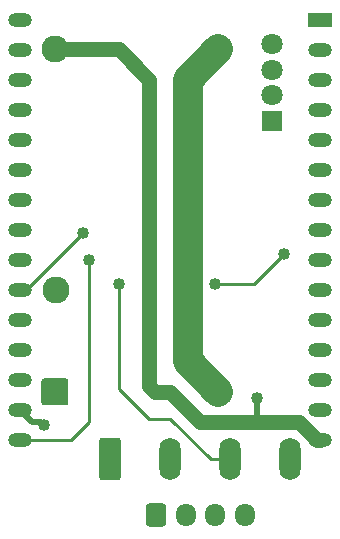
<source format=gbr>
%TF.GenerationSoftware,KiCad,Pcbnew,8.0.8+1*%
%TF.CreationDate,2025-02-28T13:13:44+11:00*%
%TF.ProjectId,vichyctl,76696368-7963-4746-9c2e-6b696361645f,rev?*%
%TF.SameCoordinates,Original*%
%TF.FileFunction,Copper,L2,Bot*%
%TF.FilePolarity,Positive*%
%FSLAX46Y46*%
G04 Gerber Fmt 4.6, Leading zero omitted, Abs format (unit mm)*
G04 Created by KiCad (PCBNEW 8.0.8+1) date 2025-02-28 13:13:44*
%MOMM*%
%LPD*%
G01*
G04 APERTURE LIST*
G04 Aperture macros list*
%AMRoundRect*
0 Rectangle with rounded corners*
0 $1 Rounding radius*
0 $2 $3 $4 $5 $6 $7 $8 $9 X,Y pos of 4 corners*
0 Add a 4 corners polygon primitive as box body*
4,1,4,$2,$3,$4,$5,$6,$7,$8,$9,$2,$3,0*
0 Add four circle primitives for the rounded corners*
1,1,$1+$1,$2,$3*
1,1,$1+$1,$4,$5*
1,1,$1+$1,$6,$7*
1,1,$1+$1,$8,$9*
0 Add four rect primitives between the rounded corners*
20,1,$1+$1,$2,$3,$4,$5,0*
20,1,$1+$1,$4,$5,$6,$7,0*
20,1,$1+$1,$6,$7,$8,$9,0*
20,1,$1+$1,$8,$9,$2,$3,0*%
G04 Aperture macros list end*
%TA.AperFunction,ComponentPad*%
%ADD10RoundRect,0.250000X-0.600000X-0.725000X0.600000X-0.725000X0.600000X0.725000X-0.600000X0.725000X0*%
%TD*%
%TA.AperFunction,ComponentPad*%
%ADD11O,1.700000X1.950000*%
%TD*%
%TA.AperFunction,ComponentPad*%
%ADD12RoundRect,0.250000X-0.650000X-1.550000X0.650000X-1.550000X0.650000X1.550000X-0.650000X1.550000X0*%
%TD*%
%TA.AperFunction,ComponentPad*%
%ADD13O,1.800000X3.600000*%
%TD*%
%TA.AperFunction,ComponentPad*%
%ADD14RoundRect,0.250000X-0.893000X-0.893000X0.893000X-0.893000X0.893000X0.893000X-0.893000X0.893000X0*%
%TD*%
%TA.AperFunction,ComponentPad*%
%ADD15C,2.286000*%
%TD*%
%TA.AperFunction,ComponentPad*%
%ADD16R,1.800000X1.800000*%
%TD*%
%TA.AperFunction,ComponentPad*%
%ADD17C,1.800000*%
%TD*%
%TA.AperFunction,ComponentPad*%
%ADD18R,2.000000X1.200000*%
%TD*%
%TA.AperFunction,ComponentPad*%
%ADD19O,2.000000X1.200000*%
%TD*%
%TA.AperFunction,ViaPad*%
%ADD20C,1.016000*%
%TD*%
%TA.AperFunction,Conductor*%
%ADD21C,2.540000*%
%TD*%
%TA.AperFunction,Conductor*%
%ADD22C,0.508000*%
%TD*%
%TA.AperFunction,Conductor*%
%ADD23C,0.254000*%
%TD*%
%TA.AperFunction,Conductor*%
%ADD24C,1.270000*%
%TD*%
G04 APERTURE END LIST*
D10*
%TO.P,J1,1,Pin_1*%
%TO.N,Net-(J1-Pin_1)*%
X132962000Y-94234000D03*
D11*
%TO.P,J1,2,Pin_2*%
%TO.N,Net-(J1-Pin_2)*%
X135462000Y-94234000D03*
%TO.P,J1,3,Pin_3*%
%TO.N,Net-(J1-Pin_3)*%
X137962000Y-94234000D03*
%TO.P,J1,4,Pin_4*%
%TO.N,GND*%
X140462000Y-94234000D03*
%TD*%
D12*
%TO.P,J2,1,Pin_1*%
%TO.N,Net-(J1-Pin_1)*%
X129032000Y-89555000D03*
D13*
%TO.P,J2,2,Pin_2*%
%TO.N,Net-(J1-Pin_2)*%
X134112000Y-89555000D03*
%TO.P,J2,3,Pin_3*%
%TO.N,Net-(J1-Pin_3)*%
X139192000Y-89555000D03*
%TO.P,J2,4,Pin_4*%
%TO.N,GND*%
X144272000Y-89555000D03*
%TD*%
D14*
%TO.P,U1,1,Vin_p*%
%TO.N,Net-(J1-Pin_1)*%
X124418000Y-83842000D03*
D15*
%TO.P,U1,2,Vin_gnd*%
%TO.N,GND*%
X138218000Y-83842000D03*
%TO.P,U1,3,VO_GND*%
X138218000Y-54842000D03*
%TO.P,U1,4,V5V_p*%
%TO.N,Net-(U1-VIN)*%
X124418000Y-54842000D03*
%TO.P,U1,5,EN*%
%TO.N,unconnected-(U2-EN-Pad5)*%
X124434600Y-75184000D03*
%TD*%
D16*
%TO.P,D2,1,BA*%
%TO.N,Net-(D3-BA)*%
X142748000Y-60898000D03*
D17*
%TO.P,D2,2,GA*%
%TO.N,unconnected-(D3-GA-Pad2)*%
X142748000Y-58739000D03*
%TO.P,D2,3,K*%
%TO.N,Net-(D1-A)*%
X142748000Y-56580000D03*
%TO.P,D2,4,RA*%
%TO.N,unconnected-(D3-RA-Pad4)*%
X142748000Y-54421000D03*
%TD*%
D18*
%TO.P,U2,1,EN*%
%TO.N,unconnected-(U1-EN-Pad1)*%
X146812000Y-52324000D03*
D19*
%TO.P,U2,2,VP*%
%TO.N,unconnected-(U1-VP-Pad2)*%
X146812000Y-54864000D03*
%TO.P,U2,3,VN*%
%TO.N,unconnected-(U1-VN-Pad3)*%
X146812000Y-57404000D03*
%TO.P,U2,4,D34*%
%TO.N,unconnected-(U1-D34-Pad4)*%
X146812000Y-59944000D03*
%TO.P,U2,5,D35*%
%TO.N,unconnected-(U1-D35-Pad5)*%
X146812000Y-62484000D03*
%TO.P,U2,6,D32*%
%TO.N,unconnected-(U1-D32-Pad6)*%
X146812000Y-65024000D03*
%TO.P,U2,7,D33*%
%TO.N,unconnected-(U1-D33-Pad7)*%
X146812000Y-67564000D03*
%TO.P,U2,8,D25*%
%TO.N,unconnected-(U1-D25-Pad8)*%
X146812000Y-70104000D03*
%TO.P,U2,9,D26*%
%TO.N,unconnected-(U1-D26-Pad9)*%
X146812000Y-72644000D03*
%TO.P,U2,10,D27*%
%TO.N,unconnected-(U1-D27-Pad10)*%
X146812000Y-75184000D03*
%TO.P,U2,11,D14*%
%TO.N,unconnected-(U1-D14-Pad11)*%
X146812000Y-77724000D03*
%TO.P,U2,12,D12*%
%TO.N,unconnected-(U1-D12-Pad12)*%
X146812000Y-80264000D03*
%TO.P,U2,13,D13*%
%TO.N,unconnected-(U1-D13-Pad13)*%
X146812000Y-82804000D03*
%TO.P,U2,14,GND*%
%TO.N,GND*%
X146812000Y-85344000D03*
%TO.P,U2,15,VIN*%
%TO.N,Net-(U1-VIN)*%
X146812000Y-87884000D03*
%TO.P,U2,16,3V3*%
%TO.N,Net-(U1-3V3)*%
X121412000Y-87884000D03*
%TO.P,U2,17,GND*%
%TO.N,GND*%
X121412000Y-85344000D03*
%TO.P,U2,18,D15*%
%TO.N,unconnected-(U1-D15-Pad18)*%
X121412000Y-82804000D03*
%TO.P,U2,19,D2*%
%TO.N,unconnected-(U1-D2-Pad19)*%
X121412000Y-80264000D03*
%TO.P,U2,20,D4*%
%TO.N,unconnected-(U1-D4-Pad20)*%
X121412000Y-77724000D03*
%TO.P,U2,21,D16*%
%TO.N,Net-(U1-D16)*%
X121412000Y-75184000D03*
%TO.P,U2,22,D17*%
%TO.N,Net-(Q2-E)*%
X121412000Y-72644000D03*
%TO.P,U2,23,D5*%
%TO.N,unconnected-(U1-D5-Pad23)*%
X121412000Y-70104000D03*
%TO.P,U2,24,D18*%
%TO.N,unconnected-(U1-D18-Pad24)*%
X121412000Y-67564000D03*
%TO.P,U2,25,D19*%
%TO.N,unconnected-(U1-D19-Pad25)*%
X121412000Y-65024000D03*
%TO.P,U2,26,D21*%
%TO.N,unconnected-(U1-D21-Pad26)*%
X121412000Y-62484000D03*
%TO.P,U2,27,RXD0*%
%TO.N,unconnected-(U1-RXD0-Pad27)*%
X121412000Y-59944000D03*
%TO.P,U2,28,TXD0*%
%TO.N,unconnected-(U1-TXD0-Pad28)*%
X121412000Y-57404000D03*
%TO.P,U2,29,D22*%
%TO.N,unconnected-(U1-D22-Pad29)*%
X121412000Y-54864000D03*
%TO.P,U2,30,D23*%
%TO.N,unconnected-(U1-D23-Pad30)*%
X121412000Y-52324000D03*
%TD*%
D20*
%TO.N,GND*%
X123444000Y-86614000D03*
X135636000Y-65532000D03*
%TO.N,Net-(U1-D16)*%
X126746000Y-70358000D03*
%TO.N,Net-(U1-3V3)*%
X127254000Y-72644000D03*
%TO.N,Net-(U1-VIN)*%
X141478000Y-84328000D03*
%TO.N,Net-(J1-Pin_3)*%
X143764000Y-72136000D03*
X129794000Y-74676000D03*
X137922000Y-74676000D03*
%TD*%
D21*
%TO.N,GND*%
X135636000Y-65532000D02*
X135636000Y-81260000D01*
D22*
X123190000Y-86360000D02*
X123444000Y-86614000D01*
D21*
X138218000Y-54842000D02*
X135636000Y-57424000D01*
X135636000Y-81260000D02*
X138218000Y-83842000D01*
X135636000Y-57424000D02*
X135636000Y-65532000D01*
D22*
X122428000Y-86360000D02*
X123190000Y-86360000D01*
X121412000Y-85344000D02*
X122428000Y-86360000D01*
D23*
%TO.N,Net-(U1-D16)*%
X121920000Y-75184000D02*
X126746000Y-70358000D01*
X121412000Y-75184000D02*
X121920000Y-75184000D01*
%TO.N,Net-(U1-3V3)*%
X127254000Y-86360000D02*
X127000000Y-86614000D01*
X127254000Y-72644000D02*
X127254000Y-86360000D01*
X121412000Y-87884000D02*
X125730000Y-87884000D01*
X125730000Y-87884000D02*
X127000000Y-86614000D01*
D24*
%TO.N,Net-(U1-VIN)*%
X132334000Y-83312000D02*
X132842000Y-83820000D01*
X141478000Y-86360000D02*
X145034000Y-86360000D01*
D22*
X141478000Y-84328000D02*
X141478000Y-86360000D01*
D24*
X134112000Y-83820000D02*
X136652000Y-86360000D01*
X132334000Y-57404000D02*
X132334000Y-83312000D01*
X146558000Y-87884000D02*
X146812000Y-87884000D01*
X124418000Y-54842000D02*
X129772000Y-54842000D01*
X145034000Y-86360000D02*
X146558000Y-87884000D01*
X132842000Y-83820000D02*
X134112000Y-83820000D01*
X129772000Y-54842000D02*
X132334000Y-57404000D01*
X136652000Y-86360000D02*
X141478000Y-86360000D01*
D23*
%TO.N,Net-(J1-Pin_3)*%
X137561000Y-89555000D02*
X139192000Y-89555000D01*
X129794000Y-83566000D02*
X132334000Y-86106000D01*
X141224000Y-74676000D02*
X137922000Y-74676000D01*
X134112000Y-86106000D02*
X137561000Y-89555000D01*
X132334000Y-86106000D02*
X134112000Y-86106000D01*
X143764000Y-72136000D02*
X141224000Y-74676000D01*
X129794000Y-74676000D02*
X129794000Y-83566000D01*
%TD*%
M02*

</source>
